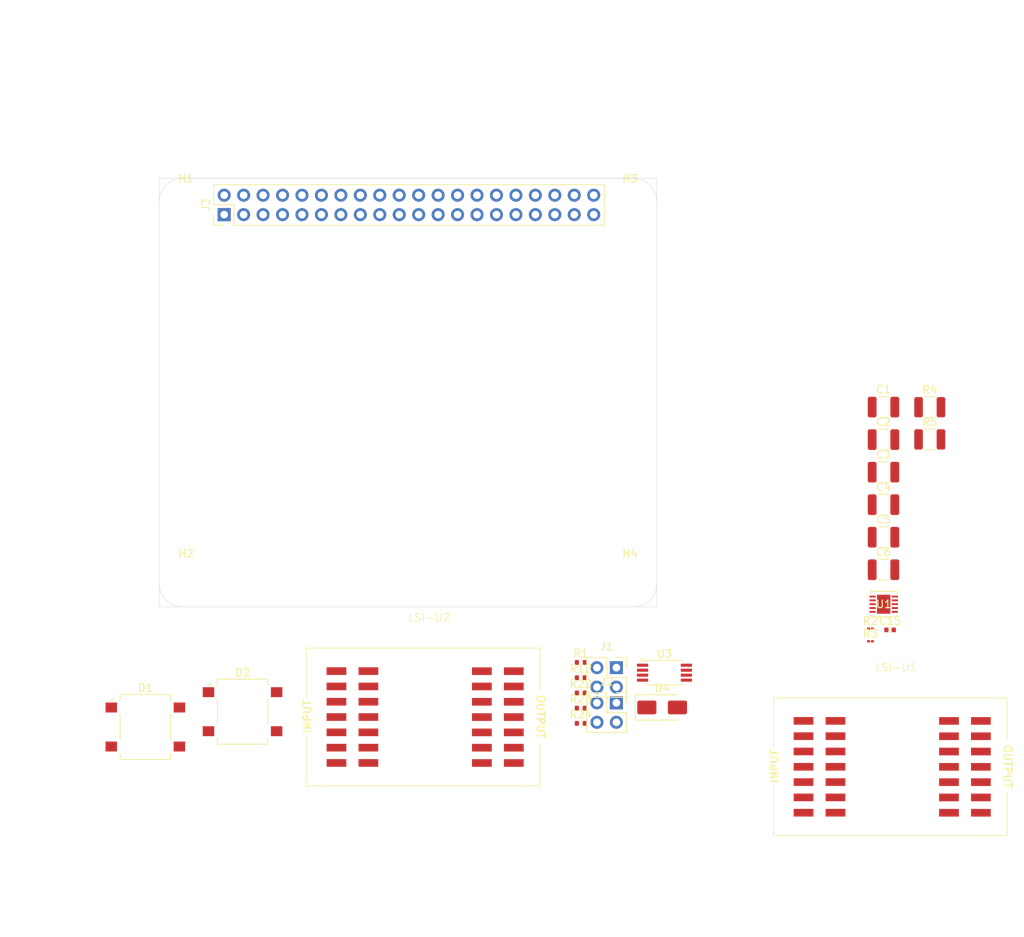
<source format=kicad_pcb>
(kicad_pcb (version 20241229) (generator "pcbnew") (generator_version "9.0")
  (layers (0 "F.Cu" signal) (2 "B.Cu" signal) (13 "F.Paste" user) (15 "B.Paste" user) (5 "F.SilkS" user "F.Silkscreen") (7 "B.SilkS" user "B.Silkscreen") (1 "F.Mask" user) (3 "B.Mask" user) (25 "Edge.Cuts" user))
  (net 0 "")
  (net 1 "GND")
  (net 2 "+5V")
  (net 3 "POE_V+")
  (net 4 "POE_V-")
  (net 5 "POE_PAIR_2+")
  (net 6 "POE_PAIR_2-")
  (net 7 "POE_PAIR_1-")
  (net 8 "POE_PAIR_1+")
  (net 9 "Net-(LSI-U1-VPP_OUT)")
  (net 15 "Net-(LSI-U1-S2)")
  (net 17 "Net-(LSI-U2-VPP_OUT)")
  (net 22 "Net-(LSI-U2-S2)")
  (net 23 "Net-(U3-PG)")
  (net 24 "Net-(U1-OUTA)")
  (net 25 "Net-(U1-OUTB)")
  (net 26 "Net-(U3-DET)")
  (net 27 "Net-(U3-ILIM)")
  (net 28 "Net-(U3-CLASS)")
  (net 34 "Net-(C1-Pad2)")
  (net 35 "Net-(C4-Pad2)")
  (footprint "footprints:DFN-10_DD_LIT" (layer "F.Cu") (at 122.6332 88.6546)
    (property "Reference" "U1" (at 0 0 0) (layer "F.SilkS"))
    (property "Value" "LTC4413EDD-2-PBF")
    (fp_line (start -1.6764 -1.6764) (end -1.6764 -1.459741) (stroke (width 0.1524)) (layer "F.SilkS"))
    (fp_line (start -1.6764 1.459741) (end -1.6764 1.6764) (stroke (width 0.1524)) (layer "F.SilkS"))
    (fp_line (start -1.6764 1.6764) (end 1.6764 1.6764) (stroke (width 0.1524)) (layer "F.SilkS"))
    (fp_line (start 1.6764 -1.6764) (end -1.6764 -1.6764) (stroke (width 0.1524)) (layer "F.SilkS"))
    (fp_line (start 1.6764 -1.459741) (end 1.6764 -1.6764) (stroke (width 0.1524)) (layer "F.SilkS"))
    (fp_line (start 1.6764 1.6764) (end 1.6764 1.459741) (stroke (width 0.1524)) (layer "F.SilkS"))
    (fp_arc (start -2.18694 -0.926171) (mid -2.282 -1) (end -2.18694 -1.073829) (stroke (width 0.1524)) (layer "F.SilkS"))
    (pad "1" smd rect (at -1.4478 -1.000001) (size 0.8128 0.254) (layers "F.Cu" "F.Mask" "F.Paste") (net 9 "Net-(LSI-U1-VPP_OUT)"))
    (pad "2" smd rect (at -1.4478 -0.499999) (size 0.8128 0.254) (layers "F.Cu" "F.Mask" "F.Paste") (net 1 "GND"))
    (pad "3" smd rect (at -1.4478 0) (size 0.8128 0.254) (layers "F.Cu" "F.Mask" "F.Paste") (net 1 "GND"))
    (pad "4" smd rect (at -1.4478 0.499999) (size 0.8128 0.254) (layers "F.Cu" "F.Mask" "F.Paste") (net 1 "GND"))
    (pad "5" smd rect (at -1.4478 1.000001) (size 0.8128 0.254) (layers "F.Cu" "F.Mask" "F.Paste") (net 17 "Net-(LSI-U2-VPP_OUT)"))
    (pad "6" smd rect (at 1.4478 1.000001) (size 0.8128 0.254) (layers "F.Cu" "F.Mask" "F.Paste") (net 25 "Net-(U1-OUTB)"))
    (pad "7" smd rect (at 1.4478 0.499999) (size 0.8128 0.254) (layers "F.Cu" "F.Mask" "F.Paste"))
    (pad "8" smd rect (at 1.4478 0) (size 0.8128 0.254) (layers "F.Cu" "F.Mask" "F.Paste"))
    (pad "9" smd rect (at 1.4478 -0.499999) (size 0.8128 0.254) (layers "F.Cu" "F.Mask" "F.Paste"))
    (pad "10" smd rect (at 1.4478 -1.000001) (size 0.8128 0.254) (layers "F.Cu" "F.Mask" "F.Paste") (net 24 "Net-(U1-OUTA)"))
    (pad "11" smd rect (at 0 0) (size 1.7526 2.4892) (layers "F.Cu" "F.Mask" "F.Paste"))
  )
  (footprint "lsi:lsi-powermodule-7" (layer "F.Cu") (at 112.25 103.9)
    (property "Reference" "LSI-U1" (at 12 -7 0) (layer "F.SilkS") (effects (font (thickness 0.1))))
    (property "Value" "lsi-powermodule-7")
    (fp_line (start -4 -3) (end -4 3.5) (stroke (width 0.1)) (layer "F.SilkS"))
    (fp_line (start -4 15) (end -4 8.5) (stroke (width 0.1)) (layer "F.SilkS"))
    (fp_line (start 26.5 -3) (end -4 -3) (stroke (width 0.1)) (layer "F.SilkS"))
    (fp_line (start 26.5 2.5) (end 26.5 -3) (stroke (width 0.1)) (layer "F.SilkS"))
    (fp_line (start 26.5 9.5) (end 26.5 15) (stroke (width 0.1)) (layer "F.SilkS"))
    (fp_line (start 26.5 15) (end -4 15) (stroke (width 0.1)) (layer "F.SilkS"))
    (fp_text user "OUTPUT" (at 26 3 270) (layer "F.SilkS") (effects (font (thickness 0.2) (bold yes)) (justify left bottom)))
    (fp_text user "INPUT" (at -3.3 8.25 90) (layer "F.SilkS") (effects (font (thickness 0.2) (bold yes)) (justify left bottom)))
    (pad "1" smd rect (at -0.087024 1.998531) (size 2.58 1) (layers "F.Cu" "F.Mask" "F.Paste"))
    (pad "1" smd rect (at -0.087024 3.998531) (size 2.58 1) (layers "F.Cu" "F.Mask" "F.Paste"))
    (pad "1" smd rect (at -0.087024 5.998531) (size 2.58 1) (layers "F.Cu" "F.Mask" "F.Paste"))
    (pad "1" smd rect (at -0.087024 7.998531) (size 2.58 1) (layers "F.Cu" "F.Mask" "F.Paste"))
    (pad "1" smd rect (at -0.087024 9.998531) (size 2.58 1) (layers "F.Cu" "F.Mask" "F.Paste"))
    (pad "1" smd rect (at -0.087024 11.998531) (size 2.58 1) (layers "F.Cu" "F.Mask" "F.Paste"))
    (pad "2" smd rect (at 4.082976 1.998531) (size 2.58 1) (layers "F.Cu" "F.Mask" "F.Paste"))
    (pad "2" smd rect (at 4.082976 3.998531) (size 2.58 1) (layers "F.Cu" "F.Mask" "F.Paste"))
    (pad "2" smd rect (at 4.082976 5.998531) (size 2.58 1) (layers "F.Cu" "F.Mask" "F.Paste"))
    (pad "2" smd rect (at 4.082976 7.998531) (size 2.58 1) (layers "F.Cu" "F.Mask" "F.Paste"))
    (pad "2" smd rect (at 4.082976 9.998531) (size 2.58 1) (layers "F.Cu" "F.Mask" "F.Paste"))
    (pad "2" smd rect (at 4.082976 11.998531) (size 2.58 1) (layers "F.Cu" "F.Mask" "F.Paste"))
    (pad "3" smd rect (at 18.904985 2.005238) (size 2.58 1) (layers "F.Cu" "F.Mask" "F.Paste") (net 9 "Net-(LSI-U1-VPP_OUT)"))
    (pad "3" smd rect (at 18.904985 4.005238) (size 2.58 1) (layers "F.Cu" "F.Mask" "F.Paste") (net 9 "Net-(LSI-U1-VPP_OUT)"))
    (pad "3" smd rect (at 18.904985 6.005238) (size 2.58 1) (layers "F.Cu" "F.Mask" "F.Paste") (net 9 "Net-(LSI-U1-VPP_OUT)"))
    (pad "3" smd rect (at 18.904985 8.005238) (size 2.58 1) (layers "F.Cu" "F.Mask" "F.Paste") (net 9 "Net-(LSI-U1-VPP_OUT)"))
    (pad "3" smd rect (at 18.904985 10.005238) (size 2.58 1) (layers "F.Cu" "F.Mask" "F.Paste") (net 9 "Net-(LSI-U1-VPP_OUT)"))
    (pad "3" smd rect (at 18.904985 12.005238) (size 2.58 1) (layers "F.Cu" "F.Mask" "F.Paste") (net 9 "Net-(LSI-U1-VPP_OUT)"))
    (pad "4" smd rect (at 23.074985 2.005238) (size 2.58 1) (layers "F.Cu" "F.Mask" "F.Paste") (net 1 "GND"))
    (pad "4" smd rect (at 23.074985 4.005238) (size 2.58 1) (layers "F.Cu" "F.Mask" "F.Paste") (net 1 "GND"))
    (pad "4" smd rect (at 23.074985 6.005238) (size 2.58 1) (layers "F.Cu" "F.Mask" "F.Paste") (net 1 "GND"))
    (pad "4" smd rect (at 23.074985 8.005238) (size 2.58 1) (layers "F.Cu" "F.Mask" "F.Paste") (net 1 "GND"))
    (pad "4" smd rect (at 23.074985 10.005238) (size 2.58 1) (layers "F.Cu" "F.Mask" "F.Paste") (net 1 "GND"))
    (pad "4" smd rect (at 23.074985 12.005238) (size 2.58 1) (layers "F.Cu" "F.Mask" "F.Paste") (net 1 "GND"))
    (pad "5" smd rect (at -0.087024 -0.001469) (size 2.58 1) (layers "F.Cu" "F.Mask" "F.Paste"))
    (pad "6" smd rect (at 4.082976 -0.001469) (size 2.58 1) (layers "F.Cu" "F.Mask" "F.Paste") (net 15 "Net-(LSI-U1-S2)"))
    (pad "7" smd rect (at 18.904985 0.005238) (size 2.58 1) (layers "F.Cu" "F.Mask" "F.Paste"))
    (pad "8" smd rect (at 23.074985 0.005238) (size 2.58 1) (layers "F.Cu" "F.Mask" "F.Paste"))
  )
  (footprint "Resistor_SMD:R_1210_3225Metric" (layer "F.Cu") (at 128.645476 67.123531)
    (property "Reference" "R5" (at 0 -2.28 0) (layer "F.SilkS"))
    (property "Value" "100m")
    (fp_line (start -0.723737 -1.355) (end 0.723737 -1.355) (stroke (width 0.12)) (layer "F.SilkS"))
    (fp_line (start -0.723737 1.355) (end 0.723737 1.355) (stroke (width 0.12)) (layer "F.SilkS"))
    (pad "1" smd roundrect (at -1.4625 0) (size 1.125 2.65) (layers "F.Cu" "F.Mask" "F.Paste") (roundrect_rratio 0.222222) (net 35 "Net-(C4-Pad2)"))
    (pad "2" smd roundrect (at 1.4625 0) (size 1.125 2.65) (layers "F.Cu" "F.Mask" "F.Paste") (roundrect_rratio 0.222222) (net 1 "GND"))
  )
  (footprint "Resistor_SMD:R_0402_1005Metric" (layer "F.Cu") (at 83.07 96.265)
    (property "Reference" "R1" (at 0 -1.17 0) (layer "F.SilkS"))
    (property "Value" "0")
    (fp_line (start -0.153641 -0.38) (end 0.153641 -0.38) (stroke (width 0.12)) (layer "F.SilkS"))
    (fp_line (start -0.153641 0.38) (end 0.153641 0.38) (stroke (width 0.12)) (layer "F.SilkS"))
    (pad "1" smd roundrect (at -0.51 0) (size 0.54 0.64) (layers "F.Cu" "F.Mask" "F.Paste") (net 23 "Net-(U3-PG)"))
    (pad "2" smd roundrect (at 0.51 0) (size 0.54 0.64) (layers "F.Cu" "F.Mask" "F.Paste") (net 22 "Net-(LSI-U2-S2)"))
  )
  (footprint "MountingHole:MountingHole_2.5mm" (layer "F.Cu") (at 31.5 36.5)
    (property "Reference" "H1" (at 0 -3.45 0) (layer "F.SilkS"))
    (property "Value" "MountingHole")
    (pad "" np_thru_hole circle (at 0 0) (size 2.5 2.5) (drill 2.5) (layers "*.Cu" "*.Mask"))
  )
  (footprint "Capacitor_SMD:C_0402_1005Metric" (layer "F.Cu") (at 123.46 92.01)
    (property "Reference" "C15" (at 0 -1.16 0) (layer "F.SilkS"))
    (property "Value" "100nF 100V")
    (fp_line (start -0.107836 -0.36) (end 0.107836 -0.36) (stroke (width 0.12)) (layer "F.SilkS"))
    (fp_line (start -0.107836 0.36) (end 0.107836 0.36) (stroke (width 0.12)) (layer "F.SilkS"))
    (pad "1" smd roundrect (at -0.48 0) (size 0.56 0.62) (layers "F.Cu" "F.Mask" "F.Paste") (net 3 "POE_V+"))
    (pad "2" smd roundrect (at 0.48 0) (size 0.56 0.62) (layers "F.Cu" "F.Mask" "F.Paste") (net 4 "POE_V-"))
  )
  (footprint "Connector_PinHeader_2.54mm:PinHeader_2x20_P2.54mm_Vertical" (layer "F.Cu") (at 36.5 37.75 90)
    (property "Reference" "J3" (at 1.27 -2.38 90) (layer "F.SilkS"))
    (property "Value" "Conn_02x20_Odd_Even")
    (fp_line (start 3.92 -1.38) (end 3.92 49.64) (stroke (width 0.12)) (layer "F.SilkS"))
    (fp_line (start 1.27 -1.38) (end 3.92 -1.38) (stroke (width 0.12)) (layer "F.SilkS"))
    (fp_line (start -1.38 -1.38) (end 0 -1.38) (stroke (width 0.12)) (layer "F.SilkS"))
    (fp_line (start -1.38 0) (end -1.38 -1.38) (stroke (width 0.12)) (layer "F.SilkS"))
    (fp_line (start 1.27 1.27) (end 1.27 -1.38) (stroke (width 0.12)) (layer "F.SilkS"))
    (fp_line (start -1.38 1.27) (end 1.27 1.27) (stroke (width 0.12)) (layer "F.SilkS"))
    (fp_line (start -1.38 1.27) (end -1.38 49.64) (stroke (width 0.12)) (layer "F.SilkS"))
    (fp_line (start -1.38 49.64) (end 3.92 49.64) (stroke (width 0.12)) (layer "F.SilkS"))
    (pad "1" thru_hole rect (at 0 0 90) (size 1.7 1.7) (drill 1) (layers "*.Cu" "*.Mask"))
    (pad "2" thru_hole circle (at 2.54 0 90) (size 1.7 1.7) (drill 1) (layers "*.Cu" "*.Mask") (net 2 "+5V"))
    (pad "3" thru_hole circle (at 0 2.54 90) (size 1.7 1.7) (drill 1) (layers "*.Cu" "*.Mask"))
    (pad "4" thru_hole circle (at 2.54 2.54 90) (size 1.7 1.7) (drill 1) (layers "*.Cu" "*.Mask") (net 2 "+5V"))
    (pad "5" thru_hole circle (at 0 5.08 90) (size 1.7 1.7) (drill 1) (layers "*.Cu" "*.Mask"))
    (pad "6" thru_hole circle (at 2.54 5.08 90) (size 1.7 1.7) (drill 1) (layers "*.Cu" "*.Mask") (net 1 "GND"))
    (pad "7" thru_hole circle (at 0 7.62 90) (size 1.7 1.7) (drill 1) (layers "*.Cu" "*.Mask"))
    (pad "8" thru_hole circle (at 2.54 7.62 90) (size 1.7 1.7) (drill 1) (layers "*.Cu" "*.Mask"))
    (pad "9" thru_hole circle (at 0 10.16 90) (size 1.7 1.7) (drill 1) (layers "*.Cu" "*.Mask") (net 1 "GND"))
    (pad "10" thru_hole circle (at 2.54 10.16 90) (size 1.7 1.7) (drill 1) (layers "*.Cu" "*.Mask"))
    (pad "11" thru_hole circle (at 0 12.7 90) (size 1.7 1.7) (drill 1) (layers "*.Cu" "*.Mask"))
    (pad "12" thru_hole circle (at 2.54 12.7 90) (size 1.7 1.7) (drill 1) (layers "*.Cu" "*.Mask"))
    (pad "13" thru_hole circle (at 0 15.24 90) (size 1.7 1.7) (drill 1) (layers "*.Cu" "*.Mask"))
    (pad "14" thru_hole circle (at 2.54 15.24 90) (size 1.7 1.7) (drill 1) (layers "*.Cu" "*.Mask") (net 1 "GND"))
    (pad "15" thru_hole circle (at 0 17.78 90) (size 1.7 1.7) (drill 1) (layers "*.Cu" "*.Mask"))
    (pad "16" thru_hole circle (at 2.54 17.78 90) (size 1.7 1.7) (drill 1) (layers "*.Cu" "*.Mask"))
    (pad "17" thru_hole circle (at 0 20.32 90) (size 1.7 1.7) (drill 1) (layers "*.Cu" "*.Mask"))
    (pad "18" thru_hole circle (at 2.54 20.32 90) (size 1.7 1.7) (drill 1) (layers "*.Cu" "*.Mask"))
    (pad "19" thru_hole circle (at 0 22.86 90) (size 1.7 1.7) (drill 1) (layers "*.Cu" "*.Mask"))
    (pad "20" thru_hole circle (at 2.54 22.86 90) (size 1.7 1.7) (drill 1) (layers "*.Cu" "*.Mask") (net 1 "GND"))
    (pad "21" thru_hole circle (at 0 25.4 90) (size 1.7 1.7) (drill 1) (layers "*.Cu" "*.Mask"))
    (pad "22" thru_hole circle (at 2.54 25.4 90) (size 1.7 1.7) (drill 1) (layers "*.Cu" "*.Mask"))
    (pad "23" thru_hole circle (at 0 27.94 90) (size 1.7 1.7) (drill 1) (layers "*.Cu" "*.Mask"))
    (pad "24" thru_hole circle (at 2.54 27.94 90) (size 1.7 1.7) (drill 1) (layers "*.Cu" "*.Mask"))
    (pad "25" thru_hole circle (at 0 30.48 90) (size 1.7 1.7) (drill 1) (layers "*.Cu" "*.Mask") (net 1 "GND"))
    (pad "26" thru_hole circle (at 2.54 30.48 90) (size 1.7 1.7) (drill 1) (layers "*.Cu" "*.Mask"))
    (pad "27" thru_hole circle (at 0 33.02 90) (size 1.7 1.7) (drill 1) (layers "*.Cu" "*.Mask"))
    (pad "28" thru_hole circle (at 2.54 33.02 90) (size 1.7 1.7) (drill 1) (layers "*.Cu" "*.Mask"))
    (pad "29" thru_hole circle (at 0 35.56 90) (size 1.7 1.7) (drill 1) (layers "*.Cu" "*.Mask"))
    (pad "30" thru_hole circle (at 2.54 35.56 90) (size 1.7 1.7) (drill 1) (layers "*.Cu" "*.Mask") (net 1 "GND"))
    (pad "31" thru_hole circle (at 0 38.1 90) (size 1.7 1.7) (drill 1) (layers "*.Cu" "*.Mask"))
    (pad "32" thru_hole circle (at 2.54 38.1 90) (size 1.7 1.7) (drill 1) (layers "*.Cu" "*.Mask"))
    (pad "33" thru_hole circle (at 0 40.64 90) (size 1.7 1.7) (drill 1) (layers "*.Cu" "*.Mask"))
    (pad "34" thru_hole circle (at 2.54 40.64 90) (size 1.7 1.7) (drill 1) (layers "*.Cu" "*.Mask") (net 1 "GND"))
    (pad "35" thru_hole circle (at 0 43.18 90) (size 1.7 1.7) (drill 1) (layers "*.Cu" "*.Mask"))
    (pad "36" thru_hole circle (at 2.54 43.18 90) (size 1.7 1.7) (drill 1) (layers "*.Cu" "*.Mask"))
    (pad "37" thru_hole circle (at 0 45.72 90) (size 1.7 1.7) (drill 1) (layers "*.Cu" "*.Mask"))
    (pad "38" thru_hole circle (at 2.54 45.72 90) (size 1.7 1.7) (drill 1) (layers "*.Cu" "*.Mask"))
    (pad "39" thru_hole circle (at 0 48.26 90) (size 1.7 1.7) (drill 1) (layers "*.Cu" "*.Mask") (net 1 "GND"))
    (pad "40" thru_hole circle (at 2.54 48.26 90) (size 1.7 1.7) (drill 1) (layers "*.Cu" "*.Mask"))
  )
  (footprint "Diode_SMD:Diode_Bridge_OnSemi_SDIP-4L" (layer "F.Cu") (at 38.9 102.7)
    (property "Reference" "D2" (at 0 -5.1 0) (layer "F.SilkS"))
    (property "Value" "DF01S")
    (fp_line (start -3.285 -4.25) (end -3.285 -3.46) (stroke (width 0.12)) (layer "F.SilkS"))
    (fp_line (start -3.285 -1.64) (end -3.285 1.64) (stroke (width 0.12)) (layer "F.SilkS"))
    (fp_line (start -3.285 3.46) (end -3.285 4.25) (stroke (width 0.12)) (layer "F.SilkS"))
    (fp_line (start -3.285 4.25) (end 3.285 4.25) (stroke (width 0.12)) (layer "F.SilkS"))
    (fp_line (start -3.275 -4.25) (end 3.275 -4.25) (stroke (width 0.12)) (layer "F.SilkS"))
    (fp_line (start 3.285 -3.46) (end 3.285 -4.25) (stroke (width 0.12)) (layer "F.SilkS"))
    (fp_line (start 3.285 -1.64) (end 3.285 1.64) (stroke (width 0.12)) (layer "F.SilkS"))
    (fp_line (start 3.285 4.25) (end 3.285 3.46) (stroke (width 0.12)) (layer "F.SilkS"))
    (fp_poly (pts (xy -4.2125 -3.46) (xy -4.4925 -3.46) (xy -4.2125 -3.74) (xy -4.2125 -3.46)) (stroke (width 0.12)) (fill yes) (layer "F.SilkS"))
    (pad "1" smd rect (at -4.45 -2.55) (size 1.5 1.3) (layers "F.Cu" "F.Mask" "F.Paste") (net 3 "POE_V+"))
    (pad "2" smd rect (at -4.45 2.55) (size 1.5 1.3) (layers "F.Cu" "F.Mask" "F.Paste") (net 4 "POE_V-"))
    (pad "3" smd rect (at 4.45 2.55) (size 1.5 1.3) (layers "F.Cu" "F.Mask" "F.Paste") (net 8 "POE_PAIR_1+"))
    (pad "4" smd rect (at 4.45 -2.55) (size 1.5 1.3) (layers "F.Cu" "F.Mask" "F.Paste") (net 7 "POE_PAIR_1-"))
  )
  (footprint "Resistor_SMD:R_0402_1005Metric" (layer "F.Cu") (at 83.07 98.255)
    (property "Reference" "R12" (at 0 -1.17 0) (layer "F.SilkS"))
    (property "Value" "0")
    (fp_line (start -0.153641 -0.38) (end 0.153641 -0.38) (stroke (width 0.12)) (layer "F.SilkS"))
    (fp_line (start -0.153641 0.38) (end 0.153641 0.38) (stroke (width 0.12)) (layer "F.SilkS"))
    (pad "1" smd roundrect (at -0.51 0) (size 0.54 0.64) (layers "F.Cu" "F.Mask" "F.Paste") (net 23 "Net-(U3-PG)"))
    (pad "2" smd roundrect (at 0.51 0) (size 0.54 0.64) (layers "F.Cu" "F.Mask" "F.Paste") (net 15 "Net-(LSI-U1-S2)"))
  )
  (footprint "Resistor_SMD:R_0402_1005Metric" (layer "F.Cu") (at 83.07 100.245)
    (property "Reference" "R22" (at 0 -1.17 0) (layer "F.SilkS"))
    (property "Value" "24.9K")
    (fp_line (start -0.153641 -0.38) (end 0.153641 -0.38) (stroke (width 0.12)) (layer "F.SilkS"))
    (fp_line (start -0.153641 0.38) (end 0.153641 0.38) (stroke (width 0.12)) (layer "F.SilkS"))
    (pad "1" smd roundrect (at -0.51 0) (size 0.54 0.64) (layers "F.Cu" "F.Mask" "F.Paste") (net 26 "Net-(U3-DET)"))
    (pad "2" smd roundrect (at 0.51 0) (size 0.54 0.64) (layers "F.Cu" "F.Mask" "F.Paste") (net 3 "POE_V+"))
  )
  (footprint "Capacitor_SMD:C_1210_3225Metric" (layer "F.Cu") (at 122.6 67.15)
    (property "Reference" "C2" (at 0 -2.3 0) (layer "F.SilkS"))
    (property "Value" "47 uf")
    (fp_line (start -0.711252 -1.36) (end 0.711252 -1.36) (stroke (width 0.12)) (layer "F.SilkS"))
    (fp_line (start -0.711252 1.36) (end 0.711252 1.36) (stroke (width 0.12)) (layer "F.SilkS"))
    (pad "1" smd roundrect (at -1.475 0) (size 1.15 2.7) (layers "F.Cu" "F.Mask" "F.Paste") (roundrect_rratio 0.217391) (net 2 "+5V"))
    (pad "2" smd roundrect (at 1.475 0) (size 1.15 2.7) (layers "F.Cu" "F.Mask" "F.Paste") (roundrect_rratio 0.217391) (net 1 "GND"))
  )
  (footprint "Resistor_SMD:R_1210_3225Metric" (layer "F.Cu") (at 128.645476 62.913531)
    (property "Reference" "R4" (at 0 -2.28 0) (layer "F.SilkS"))
    (property "Value" "100m")
    (fp_line (start -0.723737 -1.355) (end 0.723737 -1.355) (stroke (width 0.12)) (layer "F.SilkS"))
    (fp_line (start -0.723737 1.355) (end 0.723737 1.355) (stroke (width 0.12)) (layer "F.SilkS"))
    (pad "1" smd roundrect (at -1.4625 0) (size 1.125 2.65) (layers "F.Cu" "F.Mask" "F.Paste") (roundrect_rratio 0.222222) (net 34 "Net-(C1-Pad2)"))
    (pad "2" smd roundrect (at 1.4625 0) (size 1.125 2.65) (layers "F.Cu" "F.Mask" "F.Paste") (roundrect_rratio 0.222222) (net 1 "GND"))
  )
  (footprint "MountingHole:MountingHole_2.5mm" (layer "F.Cu") (at 89.5 85.5)
    (property "Reference" "H4" (at 0 -3.45 0) (layer "F.SilkS"))
    (property "Value" "MountingHole")
    (pad "" np_thru_hole circle (at 0 0) (size 2.5 2.5) (drill 2.5) (layers "*.Cu" "*.Mask"))
  )
  (footprint "MountingHole:MountingHole_2.5mm" (layer "F.Cu") (at 89.5 36.5)
    (property "Reference" "H3" (at 0 -3.45 0) (layer "F.SilkS"))
    (property "Value" "MountingHole")
    (pad "" np_thru_hole circle (at 0 0) (size 2.5 2.5) (drill 2.5) (layers "*.Cu" "*.Mask"))
  )
  (footprint "lsi:lsi-powermodule-7" (layer "F.Cu") (at 51.25 97.4)
    (property "Reference" "LSI-U2" (at 12 -7 0) (layer "F.SilkS") (effects (font (thickness 0.1))))
    (property "Value" "lsi-powermodule-7")
    (fp_line (start -4 -3) (end -4 3.5) (stroke (width 0.1)) (layer "F.SilkS"))
    (fp_line (start -4 15) (end -4 8.5) (stroke (width 0.1)) (layer "F.SilkS"))
    (fp_line (start 26.5 -3) (end -4 -3) (stroke (width 0.1)) (layer "F.SilkS"))
    (fp_line (start 26.5 2.5) (end 26.5 -3) (stroke (width 0.1)) (layer "F.SilkS"))
    (fp_line (start 26.5 9.5) (end 26.5 15) (stroke (width 0.1)) (layer "F.SilkS"))
    (fp_line (start 26.5 15) (end -4 15) (stroke (width 0.1)) (layer "F.SilkS"))
    (fp_text user "INPUT" (at -3.3 8.25 90) (layer "F.SilkS") (effects (font (thickness 0.2) (bold yes)) (justify left bottom)))
    (fp_text user "OUTPUT" (at 26 3 270) (layer "F.SilkS") (effects (font (thickness 0.2) (bold yes)) (justify left bottom)))
    (pad "1" smd rect (at -0.087024 1.998531) (size 2.58 1) (layers "F.Cu" "F.Mask" "F.Paste"))
    (pad "1" smd rect (at -0.087024 3.998531) (size 2.58 1) (layers "F.Cu" "F.Mask" "F.Paste"))
    (pad "1" smd rect (at -0.087024 5.998531) (size 2.58 1) (layers "F.Cu" "F.Mask" "F.Paste"))
    (pad "1" smd rect (at -0.087024 7.998531) (size 2.58 1) (layers "F.Cu" "F.Mask" "F.Paste"))
    (pad "1" smd rect (at -0.087024 9.998531) (size 2.58 1) (layers "F.Cu" "F.Mask" "F.Paste"))
    (pad "1" smd rect (at -0.087024 11.998531) (size 2.58 1) (layers "F.Cu" "F.Mask" "F.Paste"))
    (pad "2" smd rect (at 4.082976 1.998531) (size 2.58 1) (layers "F.Cu" "F.Mask" "F.Paste"))
    (pad "2" smd rect (at 4.082976 3.998531) (size 2.58 1) (layers "F.Cu" "F.Mask" "F.Paste"))
    (pad "2" smd rect (at 4.082976 5.998531) (size 2.58 1) (layers "F.Cu" "F.Mask" "F.Paste"))
    (pad "2" smd rect (at 4.082976 7.998531) (size 2.58 1) (layers "F.Cu" "F.Mask" "F.Paste"))
    (pad "2" smd rect (at 4.082976 9.998531) (size 2.58 1) (layers "F.Cu" "F.Mask" "F.Paste"))
    (pad "2" smd rect (at 4.082976 11.998531) (size 2.58 1) (layers "F.Cu" "F.Mask" "F.Paste"))
    (pad "3" smd rect (at 18.904985 2.005238) (size 2.58 1) (layers "F.Cu" "F.Mask" "F.Paste") (net 17 "Net-(LSI-U2-VPP_OUT)"))
    (pad "3" smd rect (at 18.904985 4.005238) (size 2.58 1) (layers "F.Cu" "F.Mask" "F.Paste") (net 17 "Net-(LSI-U2-VPP_OUT)"))
    (pad "3" smd rect (at 18.904985 6.005238) (size 2.58 1) (layers "F.Cu" "F.Mask" "F.Paste") (net 17 "Net-(LSI-U2-VPP_OUT)"))
    (pad "3" smd rect (at 18.904985 8.005238) (size 2.58 1) (layers "F.Cu" "F.Mask" "F.Paste") (net 17 "Net-(LSI-U2-VPP_OUT)"))
    (pad "3" smd rect (at 18.904985 10.005238) (size 2.58 1) (layers "F.Cu" "F.Mask" "F.Paste") (net 17 "Net-(LSI-U2-VPP_OUT)"))
    (pad "3" smd rect (at 18.904985 12.005238) (size 2.58 1) (layers "F.Cu" "F.Mask" "F.Paste") (net 17 "Net-(LSI-U2-VPP_OUT)"))
    (pad "4" smd rect (at 23.074985 2.005238) (size 2.58 1) (layers "F.Cu" "F.Mask" "F.Paste") (net 1 "GND"))
    (pad "4" smd rect (at 23.074985 4.005238) (size 2.58 1) (layers "F.Cu" "F.Mask" "F.Paste") (net 1 "GND"))
    (pad "4" smd rect (at 23.074985 6.005238) (size 2.58 1) (layers "F.Cu" "F.Mask" "F.Paste") (net 1 "GND"))
    (pad "4" smd rect (at 23.074985 8.005238) (size 2.58 1) (layers "F.Cu" "F.Mask" "F.Paste") (net 1 "GND"))
    (pad "4" smd rect (at 23.074985 10.005238) (size 2.58 1) (layers "F.Cu" "F.Mask" "F.Paste") (net 1 "GND"))
    (pad "4" smd rect (at 23.074985 12.005238) (size 2.58 1) (layers "F.Cu" "F.Mask" "F.Paste") (net 1 "GND"))
    (pad "5" smd rect (at -0.087024 -0.001469) (size 2.58 1) (layers "F.Cu" "F.Mask" "F.Paste"))
    (pad "6" smd rect (at 4.082976 -0.001469) (size 2.58 1) (layers "F.Cu" "F.Mask" "F.Paste") (net 22 "Net-(LSI-U2-S2)"))
    (pad "7" smd rect (at 18.904985 0.005238) (size 2.58 1) (layers "F.Cu" "F.Mask" "F.Paste"))
    (pad "8" smd rect (at 23.074985 0.005238) (size 2.58 1) (layers "F.Cu" "F.Mask" "F.Paste"))
  )
  (footprint "Resistor_SMD:R_01005_0402Metric" (layer "F.Cu") (at 120.9 93.5)
    (property "Reference" "R3" (at 0 -1 0) (layer "F.SilkS"))
    (property "Value" "20m")
    (pad "1" smd roundrect (at -0.25 0) (size 0.4 0.3) (layers "F.Cu" "F.Mask") (net 25 "Net-(U1-OUTB)"))
    (pad "2" smd roundrect (at 0.25 0) (size 0.4 0.3) (layers "F.Cu" "F.Mask") (net 2 "+5V"))
  )
  (footprint "Capacitor_SMD:C_1210_3225Metric" (layer "F.Cu") (at 122.6 84.15)
    (property "Reference" "C6" (at 0 -2.3 0) (layer "F.SilkS"))
    (property "Value" "47 uf")
    (fp_line (start -0.711252 -1.36) (end 0.711252 -1.36) (stroke (width 0.12)) (layer "F.SilkS"))
    (fp_line (start -0.711252 1.36) (end 0.711252 1.36) (stroke (width 0.12)) (layer "F.SilkS"))
    (pad "1" smd roundrect (at -1.475 0) (size 1.15 2.7) (layers "F.Cu" "F.Mask" "F.Paste") (roundrect_rratio 0.217391) (net 2 "+5V"))
    (pad "2" smd roundrect (at 1.475 0) (size 1.15 2.7) (layers "F.Cu" "F.Mask" "F.Paste") (roundrect_rratio 0.217391) (net 1 "GND"))
  )
  (footprint "Diode_SMD:Diode_Bridge_OnSemi_SDIP-4L" (layer "F.Cu") (at 26.2 104.7)
    (property "Reference" "D1" (at 0 -5.1 0) (layer "F.SilkS"))
    (property "Value" "DF01S")
    (fp_line (start -3.285 -4.25) (end -3.285 -3.46) (stroke (width 0.12)) (layer "F.SilkS"))
    (fp_line (start -3.285 -1.64) (end -3.285 1.64) (stroke (width 0.12)) (layer "F.SilkS"))
    (fp_line (start -3.285 3.46) (end -3.285 4.25) (stroke (width 0.12)) (layer "F.SilkS"))
    (fp_line (start -3.285 4.25) (end 3.285 4.25) (stroke (width 0.12)) (layer "F.SilkS"))
    (fp_line (start -3.275 -4.25) (end 3.275 -4.25) (stroke (width 0.12)) (layer "F.SilkS"))
    (fp_line (start 3.285 -3.46) (end 3.285 -4.25) (stroke (width 0.12)) (layer "F.SilkS"))
    (fp_line (start 3.285 -1.64) (end 3.285 1.64) (stroke (width 0.12)) (layer "F.SilkS"))
    (fp_line (start 3.285 4.25) (end 3.285 3.46) (stroke (width 0.12)) (layer "F.SilkS"))
    (fp_poly (pts (xy -4.2125 -3.46) (xy -4.4925 -3.46) (xy -4.2125 -3.74) (xy -4.2125 -3.46)) (stroke (width 0.12)) (fill yes) (layer "F.SilkS"))
    (pad "1" smd rect (at -4.45 -2.55) (size 1.5 1.3) (layers "F.Cu" "F.Mask" "F.Paste") (net 3 "POE_V+"))
    (pad "2" smd rect (at -4.45 2.55) (size 1.5 1.3) (layers "F.Cu" "F.Mask" "F.Paste") (net 4 "POE_V-"))
    (pad "3" smd rect (at 4.45 2.55) (size 1.5 1.3) (layers "F.Cu" "F.Mask" "F.Paste") (net 5 "POE_PAIR_2+"))
    (pad "4" smd rect (at 4.45 -2.55) (size 1.5 1.3) (layers "F.Cu" "F.Mask" "F.Paste") (net 6 "POE_PAIR_2-"))
  )
  (footprint "Connector_PinSocket_2.54mm:PinSocket_2x02_P2.54mm_Vertical" (layer "F.Cu") (at 87.72 101.545)
    (property "Reference" "J2" (at -1.27 -2.77 0) (layer "F.SilkS"))
    (property "Value" "Conn_02x02_Odd_Even")
    (fp_line (start -3.87 -1.33) (end -3.87 3.87) (stroke (width 0.12)) (layer "F.SilkS"))
    (fp_line (start -3.87 -1.33) (end -1.27 -1.33) (stroke (width 0.12)) (layer "F.SilkS"))
    (fp_line (start -3.87 3.87) (end 1.33 3.87) (stroke (width 0.12)) (layer "F.SilkS"))
    (fp_line (start -1.27 -1.33) (end -1.27 1.27) (stroke (width 0.12)) (layer "F.SilkS"))
    (fp_line (start -1.27 1.27) (end 1.33 1.27) (stroke (width 0.12)) (layer "F.SilkS"))
    (fp_line (start 0 -1.33) (end 1.33 -1.33) (stroke (width 0.12)) (layer "F.SilkS"))
    (fp_line (start 1.33 -1.33) (end 1.33 0) (stroke (width 0.12)) (layer "F.SilkS"))
    (fp_line (start 1.33 1.27) (end 1.33 3.87) (stroke (width 0.12)) (layer "F.SilkS"))
    (pad "1" thru_hole rect (at 0 0) (size 1.7 1.7) (drill 1) (layers "*.Cu" "*.Mask") (net 7 "POE_PAIR_1-"))
    (pad "2" thru_hole circle (at -2.54 0) (size 1.7 1.7) (drill 1) (layers "*.Cu" "*.Mask") (net 8 "POE_PAIR_1+"))
    (pad "3" thru_hole circle (at 0 2.54) (size 1.7 1.7) (drill 1) (layers "*.Cu" "*.Mask") (net 6 "POE_PAIR_2-"))
    (pad "4" thru_hole circle (at -2.54 2.54) (size 1.7 1.7) (drill 1) (layers "*.Cu" "*.Mask") (net 5 "POE_PAIR_2+"))
  )
  (footprint "Resistor_SMD:R_0402_1005Metric" (layer "F.Cu") (at 83.07 102.235)
    (property "Reference" "R23" (at 0 -1.17 0) (layer "F.SilkS"))
    (property "Value" "180K")
    (fp_line (start -0.153641 -0.38) (end 0.153641 -0.38) (stroke (width 0.12)) (layer "F.SilkS"))
    (fp_line (start -0.153641 0.38) (end 0.153641 0.38) (stroke (width 0.12)) (layer "F.SilkS"))
    (pad "1" smd roundrect (at -0.51 0) (size 0.54 0.64) (layers "F.Cu" "F.Mask" "F.Paste") (net 27 "Net-(U3-ILIM)"))
    (pad "2" smd roundrect (at 0.51 0) (size 0.54 0.64) (layers "F.Cu" "F.Mask" "F.Paste") (net 4 "POE_V-"))
  )
  (footprint "Resistor_SMD:R_0402_1005Metric" (layer "F.Cu") (at 83.07 104.225)
    (property "Reference" "R24" (at 0 -1.17 0) (layer "F.SilkS"))
    (property "Value" "4.42K")
    (fp_line (start -0.153641 -0.38) (end 0.153641 -0.38) (stroke (width 0.12)) (layer "F.SilkS"))
    (fp_line (start -0.153641 0.38) (end 0.153641 0.38) (stroke (width 0.12)) (layer "F.SilkS"))
    (pad "1" smd roundrect (at -0.51 0) (size 0.54 0.64) (layers "F.Cu" "F.Mask" "F.Paste") (net 28 "Net-(U3-CLASS)"))
    (pad "2" smd roundrect (at 0.51 0) (size 0.54 0.64) (layers "F.Cu" "F.Mask" "F.Paste") (net 4 "POE_V-"))
  )
  (footprint "Capacitor_SMD:C_1210_3225Metric" (layer "F.Cu") (at 122.6 75.65)
    (property "Reference" "C4" (at 0 -2.3 0) (layer "F.SilkS"))
    (property "Value" "47 uf")
    (fp_line (start -0.711252 -1.36) (end 0.711252 -1.36) (stroke (width 0.12)) (layer "F.SilkS"))
    (fp_line (start -0.711252 1.36) (end 0.711252 1.36) (stroke (width 0.12)) (layer "F.SilkS"))
    (pad "1" smd roundrect (at -1.475 0) (size 1.15 2.7) (layers "F.Cu" "F.Mask" "F.Paste") (roundrect_rratio 0.217391) (net 2 "+5V"))
    (pad "2" smd roundrect (at 1.475 0) (size 1.15 2.7) (layers "F.Cu" "F.Mask" "F.Paste") (roundrect_rratio 0.217391) (net 35 "Net-(C4-Pad2)"))
  )
  (footprint "Capacitor_SMD:C_1210_3225Metric" (layer "F.Cu") (at 122.6 71.4)
    (property "Reference" "C3" (at 0 -2.3 0) (layer "F.SilkS"))
    (property "Value" "47 uf")
    (fp_line (start -0.711252 -1.36) (end 0.711252 -1.36) (stroke (width 0.12)) (layer "F.SilkS"))
    (fp_line (start -0.711252 1.36) (end 0.711252 1.36) (stroke (width 0.12)) (layer "F.SilkS"))
    (pad "1" smd roundrect (at -1.475 0) (size 1.15 2.7) (layers "F.Cu" "F.Mask" "F.Paste") (roundrect_rratio 0.217391) (net 2 "+5V"))
    (pad "2" smd roundrect (at 1.475 0) (size 1.15 2.7) (layers "F.Cu" "F.Mask" "F.Paste") (roundrect_rratio 0.217391) (net 1 "GND"))
  )
  (footprint "Diode_SMD:D_SMA" (layer "F.Cu") (at 93.695 102.145)
    (property "Reference" "D4" (at 0 -2.5 0) (layer "F.SilkS"))
    (property "Value" "SMAJ58A")
    (fp_line (start -3.51 -1.65) (end -3.51 1.65) (stroke (width 0.12)) (layer "F.SilkS"))
    (fp_line (start -3.51 -1.65) (end 2 -1.65) (stroke (width 0.12)) (layer "F.SilkS"))
    (fp_line (start -3.51 1.65) (end 2 1.65) (stroke (width 0.12)) (layer "F.SilkS"))
    (pad "1" smd roundrect (at -2 0) (size 2.5 1.8) (layers "F.Cu" "F.Mask" "F.Paste") (roundrect_rratio 0.1388888889) (net 3 "POE_V+"))
    (pad "2" smd roundrect (at 2 0) (size 2.5 1.8) (layers "F.Cu" "F.Mask" "F.Paste") (roundrect_rratio 0.1388888889) (net 4 "POE_V-"))
  )
  (footprint "Capacitor_SMD:C_1210_3225Metric" (layer "F.Cu") (at 122.6 62.9)
    (property "Reference" "C1" (at 0 -2.3 0) (layer "F.SilkS"))
    (property "Value" "47 uf")
    (fp_line (start -0.711252 -1.36) (end 0.711252 -1.36) (stroke (width 0.12)) (layer "F.SilkS"))
    (fp_line (start -0.711252 1.36) (end 0.711252 1.36) (stroke (width 0.12)) (layer "F.SilkS"))
    (pad "1" smd roundrect (at -1.475 0) (size 1.15 2.7) (layers "F.Cu" "F.Mask" "F.Paste") (roundrect_rratio 0.217391) (net 2 "+5V"))
    (pad "2" smd roundrect (at 1.475 0) (size 1.15 2.7) (layers "F.Cu" "F.Mask" "F.Paste") (roundrect_rratio 0.217391) (net 34 "Net-(C1-Pad2)"))
  )
  (footprint "Capacitor_SMD:C_1210_3225Metric" (layer "F.Cu") (at 122.6 79.9)
    (property "Reference" "C5" (at 0 -2.3 0) (layer "F.SilkS"))
    (property "Value" "47 uf")
    (fp_line (start -0.711252 -1.36) (end 0.711252 -1.36) (stroke (width 0.12)) (layer "F.SilkS"))
    (fp_line (start -0.711252 1.36) (end 0.711252 1.36) (stroke (width 0.12)) (layer "F.SilkS"))
    (pad "1" smd roundrect (at -1.475 0) (size 1.15 2.7) (layers "F.Cu" "F.Mask" "F.Paste") (roundrect_rratio 0.217391) (net 2 "+5V"))
    (pad "2" smd roundrect (at 1.475 0) (size 1.15 2.7) (layers "F.Cu" "F.Mask" "F.Paste") (roundrect_rratio 0.217391) (net 1 "GND"))
  )
  (footprint "Package_SO:TSSOP-8_4.4x3mm_P0.65mm" (layer "F.Cu") (at 94 97.6)
    (property "Reference" "U3" (at 0 -2.45 0) (layer "F.SilkS"))
    (property "Value" "TPS2375-1")
    (fp_line (start -2.31 -1.61) (end 2.31 -1.61) (stroke (width 0.12)) (layer "F.SilkS"))
    (fp_line (start -2.31 -1.435) (end -2.31 -1.61) (stroke (width 0.12)) (layer "F.SilkS"))
    (fp_line (start -2.31 1.61) (end -2.31 1.435) (stroke (width 0.12)) (layer "F.SilkS"))
    (fp_line (start 2.31 -1.61) (end 2.31 -1.435) (stroke (width 0.12)) (layer "F.SilkS"))
    (fp_line (start 2.31 1.435) (end 2.31 1.61) (stroke (width 0.12)) (layer "F.SilkS"))
    (fp_line (start 2.31 1.61) (end -2.31 1.61) (stroke (width 0.12)) (layer "F.SilkS"))
    (fp_poly (pts (xy -2.87 -1.44) (xy -3.11 -1.77) (xy -2.63 -1.77)) (stroke (width 0.12)) (fill yes) (layer "F.SilkS"))
    (pad "1" smd roundrect (at -2.8625 -0.975) (size 1.475 0.4) (layers "F.Cu" "F.Mask" "F.Paste") (net 27 "Net-(U3-ILIM)"))
    (pad "2" smd roundrect (at -2.8625 -0.325) (size 1.475 0.4) (layers "F.Cu" "F.Mask" "F.Paste") (net 28 "Net-(U3-CLASS)"))
    (pad "3" smd roundrect (at -2.8625 0.325) (size 1.475 0.4) (layers "F.Cu" "F.Mask" "F.Paste") (net 26 "Net-(U3-DET)"))
    (pad "4" smd roundrect (at -2.8625 0.975) (size 1.475 0.4) (layers "F.Cu" "F.Mask" "F.Paste") (net 4 "POE_V-"))
    (pad "5" smd roundrect (at 2.8625 0.975) (size 1.475 0.4) (layers "F.Cu" "F.Mask" "F.Paste") (net 1 "GND"))
    (pad "6" smd roundrect (at 2.8625 0.325) (size 1.475 0.4) (layers "F.Cu" "F.Mask" "F.Paste") (net 23 "Net-(U3-PG)"))
    (pad "7" smd roundrect (at 2.8625 -0.325) (size 1.475 0.4) (layers "F.Cu" "F.Mask" "F.Paste"))
    (pad "8" smd roundrect (at 2.8625 -0.975) (size 1.475 0.4) (layers "F.Cu" "F.Mask" "F.Paste") (net 3 "POE_V+"))
  )
  (footprint "Resistor_SMD:R_01005_0402Metric" (layer "F.Cu") (at 120.9 91.85)
    (property "Reference" "R2" (at 0 -1 0) (layer "F.SilkS"))
    (property "Value" "20m")
    (pad "1" smd roundrect (at -0.25 0) (size 0.4 0.3) (layers "F.Cu" "F.Mask") (net 24 "Net-(U1-OUTA)"))
    (pad "2" smd roundrect (at 0.25 0) (size 0.4 0.3) (layers "F.Cu" "F.Mask") (net 2 "+5V"))
  )
  (footprint "Connector_PinSocket_2.54mm:PinSocket_2x02_P2.54mm_Vertical" (layer "F.Cu") (at 87.72 96.945)
    (property "Reference" "J1" (at -1.27 -2.77 0) (layer "F.SilkS"))
    (property "Value" "Conn_02x02_Odd_Even")
    (fp_line (start -3.87 -1.33) (end -3.87 3.87) (stroke (width 0.12)) (layer "F.SilkS"))
    (fp_line (start -3.87 -1.33) (end -1.27 -1.33) (stroke (width 0.12)) (layer "F.SilkS"))
    (fp_line (start -3.87 3.87) (end 1.33 3.87) (stroke (width 0.12)) (layer "F.SilkS"))
    (fp_line (start -1.27 -1.33) (end -1.27 1.27) (stroke (width 0.12)) (layer "F.SilkS"))
    (fp_line (start -1.27 1.27) (end 1.33 1.27) (stroke (width 0.12)) (layer "F.SilkS"))
    (fp_line (start 0 -1.33) (end 1.33 -1.33) (stroke (width 0.12)) (layer "F.SilkS"))
    (fp_line (start 1.33 -1.33) (end 1.33 0) (stroke (width 0.12)) (layer "F.SilkS"))
    (fp_line (start 1.33 1.27) (end 1.33 3.87) (stroke (width 0.12)) (layer "F.SilkS"))
    (pad "1" thru_hole rect (at 0 0) (size 1.7 1.7) (drill 1) (layers "*.Cu" "*.Mask") (net 7 "POE_PAIR_1-"))
    (pad "2" thru_hole circle (at -2.54 0) (size 1.7 1.7) (drill 1) (layers "*.Cu" "*.Mask") (net 8 "POE_PAIR_1+"))
    (pad "3" thru_hole circle (at 0 2.54) (size 1.7 1.7) (drill 1) (layers "*.Cu" "*.Mask") (net 6 "POE_PAIR_2-"))
    (pad "4" thru_hole circle (at -2.54 2.54) (size 1.7 1.7) (drill 1) (layers "*.Cu" "*.Mask") (net 5 "POE_PAIR_2+"))
  )
  (footprint "MountingHole:MountingHole_2.5mm" (layer "F.Cu") (at 31.5 85.5)
    (property "Reference" "H2" (at 0 -3.45 0) (layer "F.SilkS"))
    (property "Value" "MountingHole")
    (pad "" np_thru_hole circle (at 0 0) (size 2.5 2.5) (drill 2.5) (layers "*.Cu" "*.Mask"))
  )
  (gr_rect (start 28 33) (end 93 89) (stroke (width 0.05)) (fill no) (layer "Edge.Cuts"))
  (gr_line (start 31.801999 33.013638) (end 89.95 33.011639) (stroke (width 0.05)) (layer "Edge.Cuts"))
  (gr_arc (start 28.02132 36.02132) (mid 28.9 33.9) (end 31.02132 33.02132) (stroke (width 0.05)) (layer "Edge.Cuts"))
  (gr_arc (start 89.97868 33.02132) (mid 92.1 33.9) (end 92.97868 36.02132) (stroke (width 0.05)) (layer "Edge.Cuts"))
  (gr_arc (start 93 86) (mid 92.12132 88.12132) (end 90 89) (stroke (width 0.05)) (layer "Edge.Cuts"))
  (gr_arc (start 31.02132 88.97868) (mid 28.9 88.1) (end 28.02132 85.97868) (stroke (width 0.05)) (layer "Edge.Cuts"))
)
</source>
